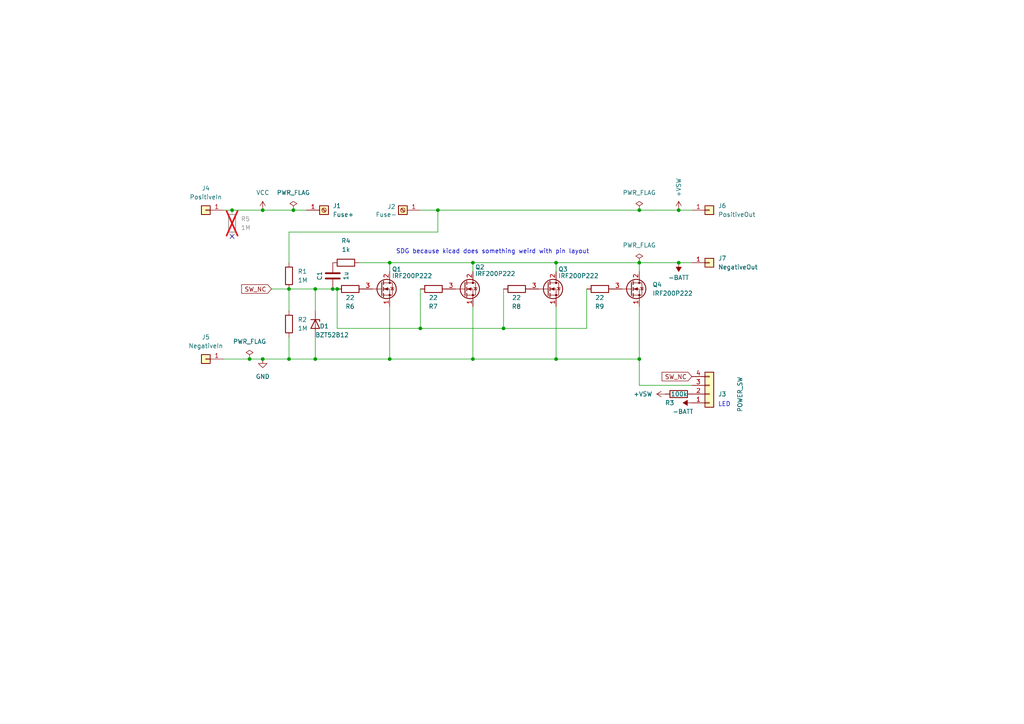
<source format=kicad_sch>
(kicad_sch (version 20231120) (generator "eeschema") (generator_version "8.0")
  (paper "A4")
  (lib_symbols
    (symbol "Connector:Screw_Terminal_01x01" (pin_names (offset 1.016) hide)
      (property "Reference" "J" (at 0 2.54 0))
      (property "Value" "Screw_Terminal_01x01" (at 0 -2.54 0))
      (symbol "Screw_Terminal_01x01_1_1"
        (rectangle (start -1.27 1.27) (end 1.27 -1.27) (stroke (width 0.254)) (fill (type background)))
        (polyline (pts (xy -0.5334 0.3302) (xy 0.3302 -0.508)) (stroke (width 0.1524)))
        (polyline (pts (xy -0.3556 0.508) (xy 0.508 -0.3302)) (stroke (width 0.1524)))
        (circle (center 0 0) (radius 0.635) (stroke (width 0.1524)))
        (pin passive line (at -5.08 0 0) (length 3.81) (name "Pin_1") (number "1"))
      )
    )
    (symbol "Connector_Generic:Conn_01x01" (pin_names (offset 1.016) hide)
      (property "Reference" "J" (at 0 2.54 0))
      (property "Value" "Conn_01x01" (at 0 -2.54 0))
      (symbol "Conn_01x01_1_1"
        (rectangle (start -1.27 0.127) (end 0 -0.127) (stroke (width 0.1524)))
        (rectangle (start -1.27 1.27) (end 1.27 -1.27) (stroke (width 0.254)) (fill (type background)))
        (pin passive line (at -5.08 0 0) (length 3.81) (name "Pin_1") (number "1"))
      )
    )
    (symbol "Connector_Generic:Conn_01x04" (pin_names (offset 1.016) hide)
      (property "Reference" "J" (at 0 5.08 0))
      (property "Value" "Conn_01x04" (at 0 -7.62 0))
      (symbol "Conn_01x04_1_1"
        (rectangle (start -1.27 -4.953) (end 0 -5.207) (stroke (width 0.1524)))
        (rectangle (start -1.27 -2.413) (end 0 -2.667) (stroke (width 0.1524)))
        (rectangle (start -1.27 0.127) (end 0 -0.127) (stroke (width 0.1524)))
        (rectangle (start -1.27 2.667) (end 0 2.413) (stroke (width 0.1524)))
        (rectangle (start -1.27 3.81) (end 1.27 -6.35) (stroke (width 0.254)) (fill (type background)))
        (pin passive line (at -5.08 2.54 0) (length 3.81) (name "Pin_1") (number "1"))
        (pin passive line (at -5.08 0 0) (length 3.81) (name "Pin_2") (number "2"))
        (pin passive line (at -5.08 -2.54 0) (length 3.81) (name "Pin_3") (number "3"))
        (pin passive line (at -5.08 -5.08 0) (length 3.81) (name "Pin_4") (number "4"))
      )
    )
    (symbol "Device:C" (pin_numbers hide) (pin_names (offset 0.254))
      (property "Reference" "C" (at 0.635 2.54 0))
      (property "Value" "C" (at 0.635 -2.54 0))
      (symbol "C_0_1"
        (polyline (pts (xy -2.032 -0.762) (xy 2.032 -0.762)) (stroke (width 0.508)))
        (polyline (pts (xy -2.032 0.762) (xy 2.032 0.762)) (stroke (width 0.508)))
      )
      (symbol "C_1_1"
        (pin passive line (at 0 3.81 270) (length 2.794) (name "~") (number "1"))
        (pin passive line (at 0 -3.81 90) (length 2.794) (name "~") (number "2"))
      )
    )
    (symbol "Device:Q_NMOS_SDG" (pin_names (offset 0) hide)
      (property "Reference" "Q" (at 5.08 1.27 0))
      (property "Value" "Q_NMOS_SDG" (at 5.08 -1.27 0))
      (symbol "Q_NMOS_SDG_0_1"
        (polyline (pts (xy 0.254 0) (xy -2.54 0)))
        (polyline (pts (xy 0.254 1.905) (xy 0.254 -1.905)) (stroke (width 0.254)))
        (polyline (pts (xy 0.762 -1.27) (xy 0.762 -2.286)) (stroke (width 0.254)))
        (polyline (pts (xy 0.762 0.508) (xy 0.762 -0.508)) (stroke (width 0.254)))
        (polyline (pts (xy 0.762 2.286) (xy 0.762 1.27)) (stroke (width 0.254)))
        (polyline (pts (xy 2.54 2.54) (xy 2.54 1.778)))
        (polyline (pts (xy 2.54 -2.54) (xy 2.54 0) (xy 0.762 0)))
        (polyline (pts (xy 0.762 -1.778) (xy 3.302 -1.778) (xy 3.302 1.778) (xy 0.762 1.778)))
        (polyline (pts (xy 1.016 0) (xy 2.032 0.381) (xy 2.032 -0.381) (xy 1.016 0)) (fill (type outline)))
        (polyline (pts (xy 2.794 0.508) (xy 2.921 0.381) (xy 3.683 0.381) (xy 3.81 0.254)))
        (polyline (pts (xy 3.302 0.381) (xy 2.921 -0.254) (xy 3.683 -0.254) (xy 3.302 0.381)))
        (circle (center 1.651 0) (radius 2.794) (stroke (width 0.254)))
        (circle (center 2.54 -1.778) (radius 0.254) (fill (type outline)))
        (circle (center 2.54 1.778) (radius 0.254) (fill (type outline)))
      )
      (symbol "Q_NMOS_SDG_1_1"
        (pin passive line (at 2.54 -5.08 90) (length 2.54) (name "S") (number "1"))
        (pin passive line (at 2.54 5.08 270) (length 2.54) (name "D") (number "2"))
        (pin input line (at -5.08 0 0) (length 2.54) (name "G") (number "3"))
      )
    )
    (symbol "Device:R" (pin_numbers hide) (pin_names (offset 0))
      (property "Reference" "R" (at 2.032 0 90))
      (property "Value" "R" (at 0 0 90))
      (symbol "R_0_1"
        (rectangle (start -1.016 -2.54) (end 1.016 2.54) (stroke (width 0.254)))
      )
      (symbol "R_1_1"
        (pin passive line (at 0 3.81 270) (length 1.27) (name "~") (number "1"))
        (pin passive line (at 0 -3.81 90) (length 1.27) (name "~") (number "2"))
      )
    )
    (symbol "Diode:BZT52Bxx" (pin_numbers hide) (pin_names hide)
      (property "Reference" "D" (at 0 2.54 0))
      (property "Value" "BZT52Bxx" (at 0 -2.54 0))
      (symbol "BZT52Bxx_0_1"
        (polyline (pts (xy 1.27 0) (xy -1.27 0)))
        (polyline (pts (xy -1.27 -1.27) (xy -1.27 1.27) (xy -0.762 1.27)) (stroke (width 0.254)))
        (polyline (pts (xy 1.27 -1.27) (xy 1.27 1.27) (xy -1.27 0) (xy 1.27 -1.27)) (stroke (width 0.254)))
      )
      (symbol "BZT52Bxx_1_1"
        (pin passive line (at -3.81 0 0) (length 2.54) (name "K") (number "1"))
        (pin passive line (at 3.81 0 180) (length 2.54) (name "A") (number "2"))
      )
    )
    (symbol "power:+VSW" (power) (pin_numbers hide) (pin_names (offset 0) hide)
      (property "Value" "+VSW" (at 0 3.556 0))
      (symbol "+VSW_0_1"
        (polyline (pts (xy -0.762 1.27) (xy 0 2.54)))
        (polyline (pts (xy 0 0) (xy 0 2.54)))
        (polyline (pts (xy 0 2.54) (xy 0.762 1.27)))
      )
      (symbol "+VSW_1_1"
        (pin power_in line (at 0 0 90) (length 0) (name "~") (number "1"))
      )
    )
    (symbol "power:-BATT" (power) (pin_numbers hide) (pin_names (offset 0) hide)
      (property "Value" "-BATT" (at 0 3.556 0))
      (symbol "-BATT_0_1"
        (polyline (pts (xy 0 0) (xy 0 2.54)))
        (polyline (pts (xy 0.762 1.27) (xy -0.762 1.27) (xy 0 2.54) (xy 0.762 1.27)) (fill (type outline)))
      )
      (symbol "-BATT_1_1"
        (pin power_in line (at 0 0 90) (length 0) (name "~") (number "1"))
      )
    )
    (symbol "power:GND" (power) (pin_numbers hide) (pin_names (offset 0) hide)
      (property "Value" "GND" (at 0 -3.81 0))
      (symbol "GND_0_1"
        (polyline (pts (xy 0 0) (xy 0 -1.27) (xy 1.27 -1.27) (xy 0 -2.54) (xy -1.27 -1.27) (xy 0 -1.27)))
      )
      (symbol "GND_1_1"
        (pin power_in line (at 0 0 270) (length 0) (name "~") (number "1"))
      )
    )
    (symbol "power:PWR_FLAG" (power) (pin_numbers hide) (pin_names (offset 0) hide)
      (property "Value" "PWR_FLAG" (at 0 3.81 0))
      (symbol "PWR_FLAG_0_0"
        (pin power_out line (at 0 0 90) (length 0) (name "~") (number "1"))
      )
      (symbol "PWR_FLAG_0_1"
        (polyline (pts (xy 0 0) (xy 0 1.27) (xy -1.016 1.905) (xy 0 2.54) (xy 1.016 1.905) (xy 0 1.27)))
      )
    )
    (symbol "power:VCC" (power) (pin_numbers hide) (pin_names (offset 0) hide)
      (property "Value" "VCC" (at 0 3.556 0))
      (symbol "VCC_0_1"
        (polyline (pts (xy -0.762 1.27) (xy 0 2.54)))
        (polyline (pts (xy 0 0) (xy 0 2.54)))
        (polyline (pts (xy 0 2.54) (xy 0.762 1.27)))
      )
      (symbol "VCC_1_1"
        (pin power_in line (at 0 0 90) (length 0) (name "~") (number "1"))
      )
    )
  )
  (junction (at 96.52 83.82))
  (junction (at 161.29 104.14))
  (junction (at 72.39 104.14))
  (junction (at 76.2 60.96))
  (junction (at 113.03 76.2))
  (junction (at 76.2 104.14))
  (junction (at 91.44 83.82))
  (junction (at 127 60.96))
  (junction (at 137.16 76.2))
  (junction (at 67.31 60.96))
  (junction (at 196.85 60.96))
  (junction (at 91.44 104.14))
  (junction (at 121.92 95.25))
  (junction (at 85.09 60.96))
  (junction (at 185.42 60.96))
  (junction (at 185.42 76.2))
  (junction (at 196.85 76.2))
  (junction (at 113.03 104.14))
  (junction (at 185.42 104.14))
  (junction (at 146.05 95.25))
  (junction (at 137.16 104.14))
  (junction (at 161.29 76.2))
  (junction (at 83.82 104.14))
  (junction (at 83.82 83.82))
  (junction (at 97.79 83.82))
  (no_connect (at 67.31 68.58))
  (wire (pts (xy 76.2 60.96) (xy 85.09 60.96)))
  (wire (pts (xy 91.44 97.79) (xy 91.44 104.14)))
  (wire (pts (xy 113.03 78.74) (xy 113.03 76.2)))
  (wire (pts (xy 91.44 104.14) (xy 113.03 104.14)))
  (wire (pts (xy 200.66 111.76) (xy 185.42 111.76)))
  (wire (pts (xy 185.42 111.76) (xy 185.42 104.14)))
  (wire (pts (xy 121.92 83.82) (xy 121.92 95.25)))
  (wire (pts (xy 161.29 88.9) (xy 161.29 104.14)))
  (wire (pts (xy 83.82 83.82) (xy 91.44 83.82)))
  (wire (pts (xy 196.85 76.2) (xy 200.66 76.2)))
  (wire (pts (xy 97.79 83.82) (xy 97.79 95.25)))
  (wire (pts (xy 127 67.31) (xy 127 60.96)))
  (wire (pts (xy 78.74 83.82) (xy 83.82 83.82)))
  (wire (pts (xy 185.42 78.74) (xy 185.42 76.2)))
  (wire (pts (xy 64.77 104.14) (xy 72.39 104.14)))
  (wire (pts (xy 161.29 104.14) (xy 137.16 104.14)))
  (wire (pts (xy 113.03 88.9) (xy 113.03 104.14)))
  (wire (pts (xy 91.44 83.82) (xy 91.44 90.17)))
  (wire (pts (xy 83.82 67.31) (xy 127 67.31)))
  (wire (pts (xy 91.44 83.82) (xy 96.52 83.82)))
  (wire (pts (xy 85.09 60.96) (xy 88.9 60.96)))
  (wire (pts (xy 137.16 78.74) (xy 137.16 76.2)))
  (wire (pts (xy 127 60.96) (xy 185.42 60.96)))
  (wire (pts (xy 64.77 60.96) (xy 67.31 60.96)))
  (wire (pts (xy 137.16 104.14) (xy 137.16 88.9)))
  (wire (pts (xy 127 60.96) (xy 121.92 60.96)))
  (wire (pts (xy 185.42 60.96) (xy 196.85 60.96)))
  (wire (pts (xy 137.16 76.2) (xy 161.29 76.2)))
  (wire (pts (xy 113.03 104.14) (xy 137.16 104.14)))
  (wire (pts (xy 83.82 104.14) (xy 91.44 104.14)))
  (wire (pts (xy 185.42 76.2) (xy 196.85 76.2)))
  (wire (pts (xy 196.85 60.96) (xy 200.66 60.96)))
  (wire (pts (xy 96.52 83.82) (xy 97.79 83.82)))
  (wire (pts (xy 76.2 104.14) (xy 83.82 104.14)))
  (wire (pts (xy 185.42 88.9) (xy 185.42 104.14)))
  (wire (pts (xy 146.05 95.25) (xy 170.18 95.25)))
  (wire (pts (xy 72.39 104.14) (xy 76.2 104.14)))
  (wire (pts (xy 121.92 95.25) (xy 146.05 95.25)))
  (wire (pts (xy 185.42 76.2) (xy 161.29 76.2)))
  (wire (pts (xy 104.14 76.2) (xy 113.03 76.2)))
  (wire (pts (xy 83.82 83.82) (xy 83.82 90.17)))
  (wire (pts (xy 161.29 78.74) (xy 161.29 76.2)))
  (wire (pts (xy 113.03 76.2) (xy 137.16 76.2)))
  (wire (pts (xy 67.31 60.96) (xy 76.2 60.96)))
  (wire (pts (xy 146.05 83.82) (xy 146.05 95.25)))
  (wire (pts (xy 97.79 95.25) (xy 121.92 95.25)))
  (wire (pts (xy 185.42 104.14) (xy 161.29 104.14)))
  (wire (pts (xy 83.82 97.79) (xy 83.82 104.14)))
  (wire (pts (xy 83.82 76.2) (xy 83.82 67.31)))
  (wire (pts (xy 170.18 83.82) (xy 170.18 95.25)))
  (text "LED" (at 208.28 118.11 0) (effects (font (size 1.27 1.27)) (justify left bottom)))
  (text "SDG because kicad does something weird with pin layout" (at 142.875 73.025 0) (effects (font (size 1.27 1.27))))
  (global_label "SW_NC" (shape input) (at 78.74 83.82 180) (property "Intersheetrefs" "${INTERSHEET_REFS}" (effects (hide yes))))
  (global_label "SW_NC" (shape input) (at 200.66 109.22 180) (property "Intersheetrefs" "${INTERSHEET_REFS}" (effects (hide yes))))
  (symbol (lib_id "power:+VSW") (at 196.85 60.96 0) (unit 1)
    (property "Reference" "#PWR05" (effects (hide yes)))
    (property "Value" "+VSW" (at 196.85 57.15 90) (effects (justify left)))
    (property "Description" "Power symbol creates a global label with name \"+VSW\"" (effects (hide yes)))
  )
  (symbol (lib_id "Device:R") (at 100.33 76.2 90) (unit 1)
    (property "Reference" "R4" (at 100.33 69.85 90))
    (property "Value" "1k" (at 100.33 72.39 90))
    (property "Footprint" "Resistor_SMD:R_0603_1608Metric" (effects (hide yes)))
    (property "Description" "Resistor" (effects (hide yes)))
    (property "MPN" "C21190" (effects (hide yes)))
  )
  (symbol (lib_id "power:PWR_FLAG") (at 185.42 60.96 0) (unit 1)
    (property "Reference" "#FLG04" (effects (hide yes)))
    (property "Value" "PWR_FLAG" (at 185.42 55.88 0))
    (property "Description" "Special symbol for telling ERC where power comes from" (effects (hide yes)))
  )
  (symbol (lib_id "Device:R") (at 149.86 83.82 270) (unit 1)
    (property "Reference" "R8" (at 151.13 88.9 90) (effects (justify right)))
    (property "Value" "22" (at 151.13 86.36 90) (effects (justify right)))
    (property "Footprint" "Resistor_SMD:R_0603_1608Metric" (effects (hide yes)))
    (property "MPN" "C23345" (effects (hide yes)))
    (property "Mouser" "71-CRCW080520R0FKEAC" (effects (hide yes)))
  )
  (symbol (lib_id "Connector_Generic:Conn_01x04") (at 205.74 114.3 0) (mirror x) (unit 1)
    (property "Reference" "J3" (at 208.28 114.3 0) (effects (justify left)))
    (property "Value" "POWER_SW" (at 214.63 109.22 90) (effects (justify left)))
    (property "Footprint" "Connector_JST:JST_PH_B4B-PH-K_1x04_P2.00mm_Vertical" (effects (hide yes)))
    (property "Description" "Generic connector, single row, 01x04, script generated (kicad-library-utils/schlib/autogen/connector/)" (effects (hide yes)))
    (property "MPN" "C131334" (effects (hide yes)))
    (property "JLCRotOffset" "180" (effects (hide yes)))
    (property "JLCPosOffset" "-3,0" (effects (hide yes)))
  )
  (symbol (lib_id "Device:R") (at 83.82 80.01 0) (unit 1)
    (property "Reference" "R1" (at 86.36 78.74 0) (effects (justify left)))
    (property "Value" "1M" (at 86.36 81.28 0) (effects (justify left)))
    (property "Footprint" "Resistor_SMD:R_0603_1608Metric" (effects (hide yes)))
    (property "Description" "Resistor" (effects (hide yes)))
    (property "MPN" "C22935" (effects (hide yes)))
  )
  (symbol (lib_id "Connector:Screw_Terminal_01x01") (at 116.84 60.96 180) (unit 1) (in_bom no) (on_board no)
    (property "Reference" "J2" (at 113.538 59.944 0))
    (property "Value" "Fuse-" (at 112.014 62.23 0))
    (property "Footprint" "MountingHole:MountingHole_5.3mm_M5_Pad_Via" (effects (hide yes)))
    (property "Description" "Generic screw terminal, single row, 01x01, script generated (kicad-library-utils/schlib/autogen/connector/)" (effects (hide yes)))
  )
  (symbol (lib_id "power:PWR_FLAG") (at 72.39 104.14 0) (unit 1)
    (property "Reference" "#FLG02" (effects (hide yes)))
    (property "Value" "PWR_FLAG" (at 72.39 99.06 0))
    (property "Description" "Special symbol for telling ERC where power comes from" (effects (hide yes)))
  )
  (symbol (lib_id "Connector_Generic:Conn_01x01") (at 59.69 60.96 180) (unit 1) (in_bom no) (on_board no)
    (property "Reference" "J4" (at 59.69 54.61 0))
    (property "Value" "PositiveIn" (at 59.69 57.15 0))
    (property "Description" "Generic connector, single row, 01x01, script generated (kicad-library-utils/schlib/autogen/connector/)" (effects (hide yes)))
  )
  (symbol (lib_id "Device:R") (at 67.31 64.77 0) (unit 1) (on_board no) (dnp yes)
    (property "Reference" "R5" (at 69.85 63.5 0) (effects (justify left)))
    (property "Value" "1M" (at 69.85 66.04 0) (effects (justify left)))
    (property "Footprint" "Resistor_SMD:R_0603_1608Metric" (effects (hide yes)))
    (property "Description" "Resistor" (effects (hide yes)))
    (property "MPN" "C22935" (effects (hide yes)))
  )
  (symbol (lib_id "power:-BATT") (at 196.85 76.2 0) (mirror x) (unit 1)
    (property "Reference" "#PWR06" (effects (hide yes)))
    (property "Value" "-BATT" (at 196.85 80.518 0))
    (property "Description" "Power symbol creates a global label with name \"-BATT\"" (effects (hide yes)))
  )
  (symbol (lib_id "Device:C") (at 96.52 80.01 0) (unit 1)
    (property "Reference" "C1" (at 92.71 80.01 90))
    (property "Value" "1u" (at 100.33 80.01 90))
    (property "Footprint" "Capacitor_SMD:C_0603_1608Metric" (effects (hide yes)))
    (property "Description" "Unpolarized capacitor" (effects (hide yes)))
    (property "MPN" "C15849" (effects (hide yes)))
  )
  (symbol (lib_id "power:PWR_FLAG") (at 185.42 76.2 0) (unit 1)
    (property "Reference" "#FLG03" (effects (hide yes)))
    (property "Value" "PWR_FLAG" (at 185.42 71.12 0))
    (property "Description" "Special symbol for telling ERC where power comes from" (effects (hide yes)))
  )
  (symbol (lib_id "Device:Q_NMOS_SDG") (at 158.75 83.82 0) (unit 1)
    (property "Reference" "Q3" (at 161.925 78.105 0) (effects (justify left)))
    (property "Value" "IRF200P222" (at 161.925 80.01 0) (effects (justify left)))
    (property "Footprint" "Package_TO_SOT_THT:TO-247-3_Horizontal_TabDown" (effects (hide yes)))
    (property "Description" "N-MOSFET transistor, source/drain/gate" (effects (hide yes)))
    (property "MPN" "C459943" (effects (hide yes)))
  )
  (symbol (lib_id "power:-BATT") (at 200.66 116.84 90) (mirror x) (unit 1)
    (property "Reference" "#PWR02" (effects (hide yes)))
    (property "Value" "-BATT" (at 198.12 119.38 90))
    (property "Description" "Power symbol creates a global label with name \"-BATT\"" (effects (hide yes)))
  )
  (symbol (lib_id "power:+VSW") (at 193.04 114.3 90) (unit 1)
    (property "Reference" "#PWR03" (effects (hide yes)))
    (property "Value" "+VSW" (at 189.23 114.3 90) (effects (justify left)))
    (property "Description" "Power symbol creates a global label with name \"+VSW\"" (effects (hide yes)))
  )
  (symbol (lib_id "Device:R") (at 83.82 93.98 0) (unit 1)
    (property "Reference" "R2" (at 86.36 92.71 0) (effects (justify left)))
    (property "Value" "1M" (at 86.36 95.25 0) (effects (justify left)))
    (property "Footprint" "Resistor_SMD:R_0603_1608Metric" (effects (hide yes)))
    (property "Description" "Resistor" (effects (hide yes)))
    (property "MPN" "C22935" (effects (hide yes)))
  )
  (symbol (lib_id "Connector:Screw_Terminal_01x01") (at 93.98 60.96 0) (unit 1) (in_bom no) (on_board no)
    (property "Reference" "J1" (at 96.52 59.6899 0) (effects (justify left)))
    (property "Value" "Fuse+" (at 96.52 62.2299 0) (effects (justify left)))
    (property "Description" "Generic screw terminal, single row, 01x01, script generated (kicad-library-utils/schlib/autogen/connector/)" (effects (hide yes)))
  )
  (symbol (lib_id "power:PWR_FLAG") (at 85.09 60.96 0) (unit 1)
    (property "Reference" "#FLG01" (effects (hide yes)))
    (property "Value" "PWR_FLAG" (at 85.09 55.88 0))
    (property "Description" "Special symbol for telling ERC where power comes from" (effects (hide yes)))
  )
  (symbol (lib_id "Device:Q_NMOS_SDG") (at 134.62 83.82 0) (unit 1)
    (property "Reference" "Q2" (at 137.795 77.47 0) (effects (justify left)))
    (property "Value" "IRF200P222" (at 137.795 79.375 0) (effects (justify left)))
    (property "Footprint" "Package_TO_SOT_THT:TO-247-3_Horizontal_TabDown" (effects (hide yes)))
    (property "Description" "N-MOSFET transistor, source/drain/gate" (effects (hide yes)))
    (property "MPN" "C459943" (effects (hide yes)))
  )
  (symbol (lib_id "Connector_Generic:Conn_01x01") (at 59.69 104.14 180) (unit 1) (in_bom no)
    (property "Reference" "J5" (at 59.69 97.79 0))
    (property "Value" "NegativeIn" (at 59.69 100.33 0))
    (property "Footprint" "MountingHole:MountingHole_5.3mm_M5_Pad_Via" (effects (hide yes)))
    (property "Description" "Generic connector, single row, 01x01, script generated (kicad-library-utils/schlib/autogen/connector/)" (effects (hide yes)))
  )
  (symbol (lib_id "power:VCC") (at 76.2 60.96 0) (unit 1)
    (property "Reference" "#PWR04" (effects (hide yes)))
    (property "Value" "VCC" (at 76.2 55.88 0))
    (property "Description" "Power symbol creates a global label with name \"VCC\"" (effects (hide yes)))
  )
  (symbol (lib_id "Device:R") (at 125.73 83.82 270) (unit 1)
    (property "Reference" "R7" (at 127 88.9 90) (effects (justify right)))
    (property "Value" "22" (at 127 86.36 90) (effects (justify right)))
    (property "Footprint" "Resistor_SMD:R_0603_1608Metric" (effects (hide yes)))
    (property "MPN" "C23345" (effects (hide yes)))
    (property "Mouser" "71-CRCW080520R0FKEAC" (effects (hide yes)))
  )
  (symbol (lib_id "Connector_Generic:Conn_01x01") (at 205.74 76.2 0) (unit 1) (in_bom no)
    (property "Reference" "J7" (at 208.28 74.9299 0) (effects (justify left)))
    (property "Value" "NegativeOut" (at 208.28 77.4699 0) (effects (justify left)))
    (property "Footprint" "MountingHole:MountingHole_5.3mm_M5_Pad_Via" (effects (hide yes)))
    (property "Description" "Generic connector, single row, 01x01, script generated (kicad-library-utils/schlib/autogen/connector/)" (effects (hide yes)))
  )
  (symbol (lib_id "Device:R") (at 101.6 83.82 270) (unit 1)
    (property "Reference" "R6" (at 102.87 88.9 90) (effects (justify right)))
    (property "Value" "22" (at 102.87 86.36 90) (effects (justify right)))
    (property "Footprint" "Resistor_SMD:R_0603_1608Metric" (effects (hide yes)))
    (property "MPN" "C23345" (effects (hide yes)))
    (property "Mouser" "71-CRCW080520R0FKEAC" (effects (hide yes)))
  )
  (symbol (lib_id "Device:R") (at 196.85 114.3 270) (mirror x) (unit 1)
    (property "Reference" "R3" (at 195.58 116.84 90) (effects (justify right)))
    (property "Value" "100k" (at 199.39 114.3 90) (effects (justify right)))
    (property "Footprint" "Resistor_SMD:R_0603_1608Metric" (effects (hide yes)))
    (property "Description" "Resistor" (effects (hide yes)))
    (property "MPN" "C25803" (effects (hide yes)))
    (property "Mouser" "603-AC0805JR-0710KL" (effects (hide yes)))
  )
  (symbol (lib_id "Device:Q_NMOS_SDG") (at 110.49 83.82 0) (unit 1)
    (property "Reference" "Q1" (at 113.665 78.105 0) (effects (justify left)))
    (property "Value" "IRF200P222" (at 113.665 80.01 0) (effects (justify left)))
    (property "Footprint" "Package_TO_SOT_THT:TO-247-3_Horizontal_TabDown" (effects (hide yes)))
    (property "Description" "N-MOSFET transistor, source/drain/gate" (effects (hide yes)))
    (property "MPN" "C459943" (effects (hide yes)))
  )
  (symbol (lib_id "power:GND") (at 76.2 104.14 0) (unit 1)
    (property "Reference" "#PWR01" (effects (hide yes)))
    (property "Value" "GND" (at 76.2 109.22 0))
    (property "Description" "Power symbol creates a global label with name \"GND\" , ground" (effects (hide yes)))
  )
  (symbol (lib_id "Diode:BZT52Bxx") (at 91.44 93.98 270) (unit 1)
    (property "Reference" "D1" (at 92.71 94.615 90) (effects (justify left)))
    (property "Value" "BZT52B12" (at 91.44 97.155 90) (effects (justify left)))
    (property "Footprint" "Diode_SMD:D_SOD-123F" (effects (hide yes)))
    (property "Datasheet" "https://diotec.com/tl_files/diotec/files/pdf/datasheets/bzt52b2v4.pdf" (effects (hide yes)))
    (property "Description" "500mW Zener Diode, SOD-123F" (effects (hide yes)))
  )
  (symbol (lib_id "Device:Q_NMOS_SDG") (at 182.88 83.82 0) (unit 1)
    (property "Reference" "Q4" (at 189.23 82.5499 0) (effects (justify left)))
    (property "Value" "IRF200P222" (at 189.23 85.0899 0) (effects (justify left)))
    (property "Footprint" "Package_TO_SOT_THT:TO-247-3_Horizontal_TabDown" (effects (hide yes)))
    (property "Description" "N-MOSFET transistor, source/drain/gate" (effects (hide yes)))
    (property "MPN" "C459943" (effects (hide yes)))
  )
  (symbol (lib_id "Connector_Generic:Conn_01x01") (at 205.74 60.96 0) (unit 1) (in_bom no) (on_board no)
    (property "Reference" "J6" (at 208.28 59.6899 0) (effects (justify left)))
    (property "Value" "PositiveOut" (at 208.28 62.2299 0) (effects (justify left)))
    (property "Footprint" "MountingHole:MountingHole_5.3mm_M5_Pad_Via" (effects (hide yes)))
    (property "Description" "Generic connector, single row, 01x01, script generated (kicad-library-utils/schlib/autogen/connector/)" (effects (hide yes)))
  )
  (symbol (lib_id "Device:R") (at 173.99 83.82 270) (unit 1)
    (property "Reference" "R9" (at 175.26 88.9 90) (effects (justify right)))
    (property "Value" "22" (at 175.26 86.36 90) (effects (justify right)))
    (property "Footprint" "Resistor_SMD:R_0603_1608Metric" (effects (hide yes)))
    (property "MPN" "C23345" (effects (hide yes)))
    (property "Mouser" "71-CRCW080520R0FKEAC" (effects (hide yes)))
  )
)
</source>
